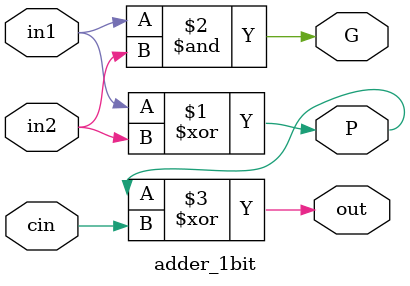
<source format=v>
`timescale 1ns / 1ps
module adder_1bit(input in1, input in2, input cin, output out, output P, output G);
	xor g1(P,in1,in2);
	and g2(G,in1,in2);
	xor g3(out,P,cin);
endmodule
</source>
